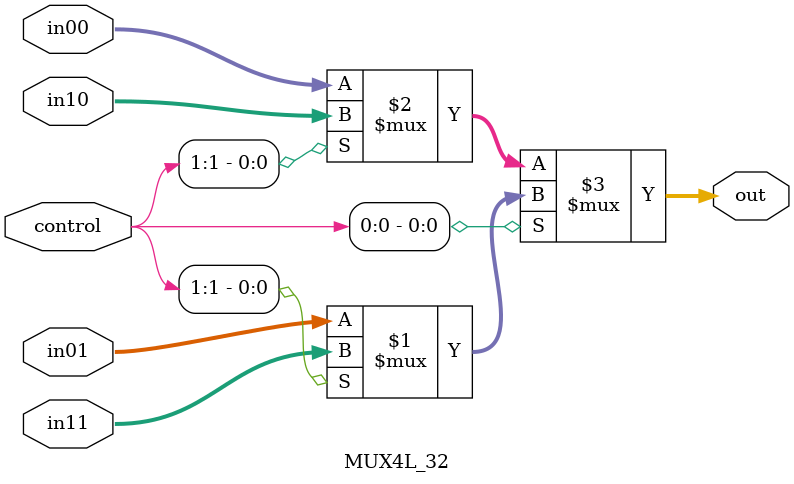
<source format=v>
`timescale 1ns / 1ps

module MUX4L_32(
	input [1:0]control,
	input [31:0] in00,
	input [31:0] in01,
	input [31:0] in10,
	input [31:0] in11,
	output [31:0] out
);
	assign out = control[0] ? (control[1] ? in11 : in01) : (control[1] ? in10 : in00);
endmodule

</source>
